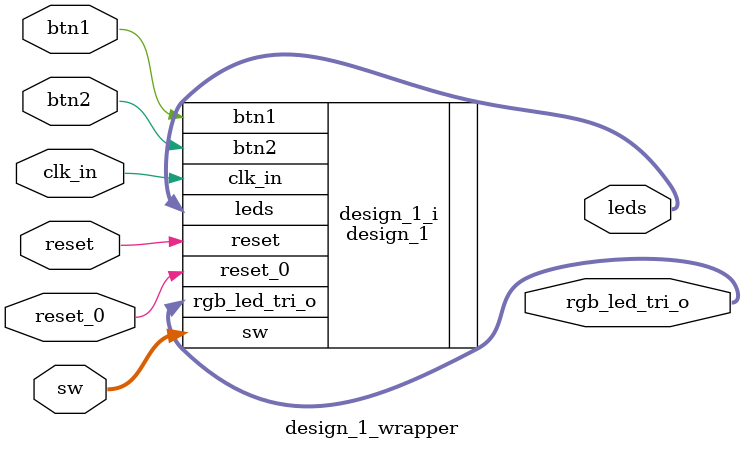
<source format=v>
`timescale 1 ps / 1 ps

module design_1_wrapper
   (btn1,
    btn2,
    clk_in,
    leds,
    reset,
    reset_0,
    rgb_led_tri_o,
    sw);
  input btn1;
  input btn2;
  input clk_in;
  output [3:0]leds;
  input reset;
  input reset_0;
  output [2:0]rgb_led_tri_o;
  input [3:0]sw;

  wire btn1;
  wire btn2;
  wire clk_in;
  wire [3:0]leds;
  wire reset;
  wire reset_0;
  wire [2:0]rgb_led_tri_o;
  wire [3:0]sw;

  design_1 design_1_i
       (.btn1(btn1),
        .btn2(btn2),
        .clk_in(clk_in),
        .leds(leds),
        .reset(reset),
        .reset_0(reset_0),
        .rgb_led_tri_o(rgb_led_tri_o),
        .sw(sw));
endmodule

</source>
